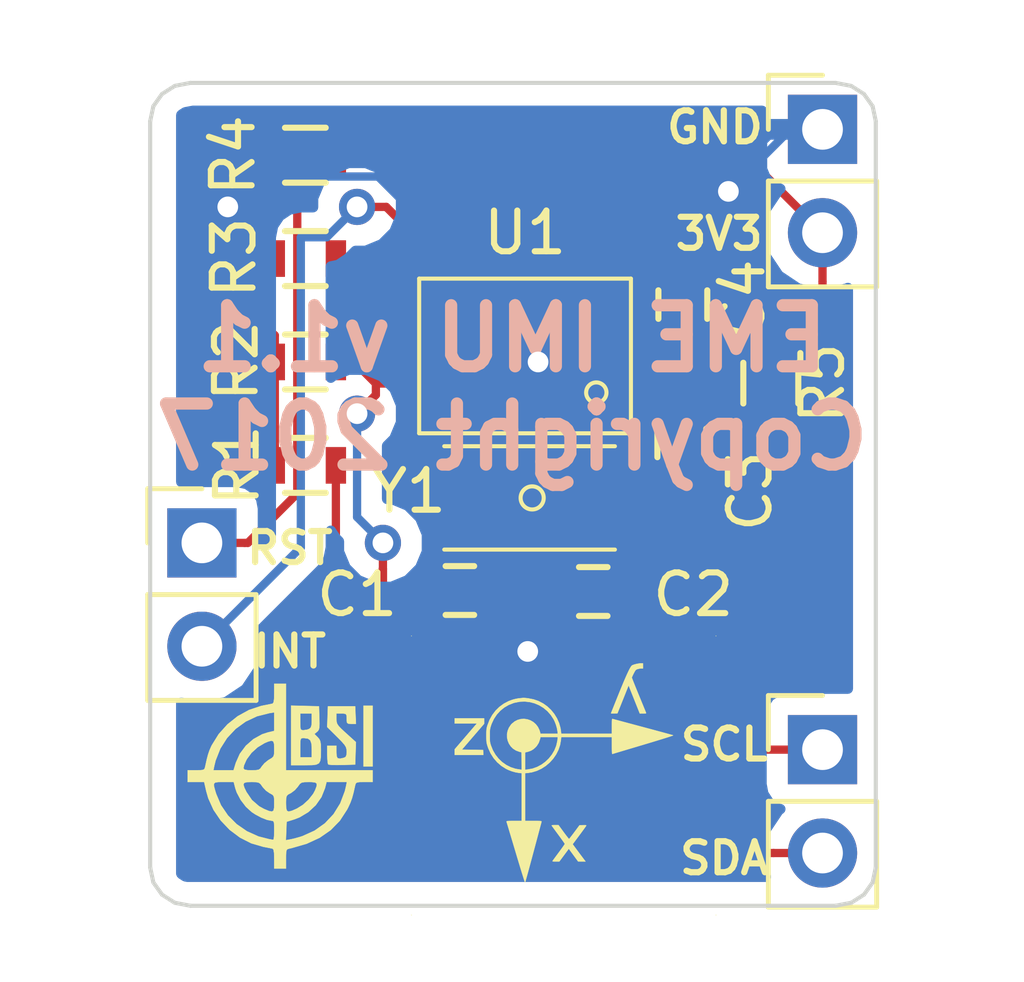
<source format=kicad_pcb>
(kicad_pcb (version 4) (host pcbnew 4.0.2-stable)

  (general
    (links 34)
    (no_connects 0)
    (area 147.244999 96.953185 165.162778 117.270966)
    (thickness 1.6)
    (drawings 28)
    (tracks 155)
    (zones 0)
    (modules 16)
    (nets 12)
  )

  (page A4)
  (layers
    (0 F.Cu signal)
    (31 B.Cu signal)
    (33 F.Adhes user)
    (34 B.Paste user)
    (35 F.Paste user)
    (36 B.SilkS user)
    (37 F.SilkS user)
    (38 B.Mask user)
    (39 F.Mask user)
    (40 Dwgs.User user)
    (41 Cmts.User user)
    (42 Eco1.User user)
    (43 Eco2.User user)
    (44 Edge.Cuts user)
    (45 Margin user)
    (47 F.CrtYd user)
    (49 F.Fab user)
  )

  (setup
    (last_trace_width 0.2032)
    (trace_clearance 0.2)
    (zone_clearance 0.508)
    (zone_45_only no)
    (trace_min 0.2032)
    (segment_width 0.2)
    (edge_width 0.1)
    (via_size 0.889)
    (via_drill 0.508)
    (via_min_size 0.889)
    (via_min_drill 0.508)
    (uvia_size 0.762)
    (uvia_drill 0.127)
    (uvias_allowed no)
    (uvia_min_size 0.508)
    (uvia_min_drill 0.127)
    (pcb_text_width 0.3)
    (pcb_text_size 1.5 1.5)
    (mod_edge_width 0.15)
    (mod_text_size 1 1)
    (mod_text_width 0.15)
    (pad_size 2.032 1.7272)
    (pad_drill 1.016)
    (pad_to_mask_clearance 0)
    (aux_axis_origin 0 0)
    (grid_origin 149.2 112.75)
    (visible_elements 7FFFFFFF)
    (pcbplotparams
      (layerselection 0x01008_00000000)
      (usegerberextensions false)
      (excludeedgelayer true)
      (linewidth 0.100000)
      (plotframeref false)
      (viasonmask false)
      (mode 1)
      (useauxorigin false)
      (hpglpennumber 1)
      (hpglpenspeed 20)
      (hpglpendiameter 15)
      (hpglpenoverlay 2)
      (psnegative false)
      (psa4output false)
      (plotreference true)
      (plotvalue true)
      (plotinvisibletext false)
      (padsonsilk false)
      (subtractmaskfromsilk false)
      (outputformat 1)
      (mirror false)
      (drillshape 0)
      (scaleselection 1)
      (outputdirectory ../))
  )

  (net 0 "")
  (net 1 "Net-(C1-Pad1)")
  (net 2 GND)
  (net 3 "Net-(C2-Pad1)")
  (net 4 +3V3)
  (net 5 "Net-(C4-Pad1)")
  (net 6 /SDA)
  (net 7 /SCL)
  (net 8 /RESET)
  (net 9 /INT)
  (net 10 "Net-(R5-Pad2)")
  (net 11 "Net-(R3-Pad1)")

  (net_class Default "This is the default net class."
    (clearance 0.2)
    (trace_width 0.2032)
    (via_dia 0.889)
    (via_drill 0.508)
    (uvia_dia 0.762)
    (uvia_drill 0.127)
    (add_net +3V3)
    (add_net /INT)
    (add_net /RESET)
    (add_net /SCL)
    (add_net /SDA)
    (add_net GND)
    (add_net "Net-(C1-Pad1)")
    (add_net "Net-(C2-Pad1)")
    (add_net "Net-(C4-Pad1)")
    (add_net "Net-(R3-Pad1)")
    (add_net "Net-(R5-Pad2)")
  )

  (module Pin_Headers:Pin_Header_Straight_1x02_Pitch2.54mm (layer F.Cu) (tedit 5941B485) (tstamp 59418EA0)
    (at 163.805 98.145)
    (descr "Through hole straight pin header, 1x02, 2.54mm pitch, single row")
    (tags "Through hole pin header THT 1x02 2.54mm single row")
    (path /59418B1E)
    (fp_text reference P1 (at 0 -2.33) (layer Cmts.User)
      (effects (font (size 1 1) (thickness 0.15)))
    )
    (fp_text value CONN_01X02 (at 0 4.87) (layer F.Fab)
      (effects (font (size 1 1) (thickness 0.15)))
    )
    (fp_line (start -1.27 -1.27) (end -1.27 3.81) (layer F.Fab) (width 0.1))
    (fp_line (start -1.27 3.81) (end 1.27 3.81) (layer F.Fab) (width 0.1))
    (fp_line (start 1.27 3.81) (end 1.27 -1.27) (layer F.Fab) (width 0.1))
    (fp_line (start 1.27 -1.27) (end -1.27 -1.27) (layer F.Fab) (width 0.1))
    (fp_line (start -1.33 1.27) (end -1.33 3.87) (layer F.SilkS) (width 0.12))
    (fp_line (start -1.33 3.87) (end 1.33 3.87) (layer F.SilkS) (width 0.12))
    (fp_line (start 1.33 3.87) (end 1.33 1.27) (layer F.SilkS) (width 0.12))
    (fp_line (start 1.33 1.27) (end -1.33 1.27) (layer F.SilkS) (width 0.12))
    (fp_line (start -1.33 0) (end -1.33 -1.33) (layer F.SilkS) (width 0.12))
    (fp_line (start -1.33 -1.33) (end 0 -1.33) (layer F.SilkS) (width 0.12))
    (fp_line (start -1.8 -1.8) (end -1.8 4.35) (layer F.CrtYd) (width 0.05))
    (fp_line (start -1.8 4.35) (end 1.8 4.35) (layer F.CrtYd) (width 0.05))
    (fp_line (start 1.8 4.35) (end 1.8 -1.8) (layer F.CrtYd) (width 0.05))
    (fp_line (start 1.8 -1.8) (end -1.8 -1.8) (layer F.CrtYd) (width 0.05))
    (fp_text user %R (at 0 -2.33) (layer F.Fab)
      (effects (font (size 1 1) (thickness 0.15)))
    )
    (pad 1 thru_hole rect (at 0 0) (size 1.7 1.7) (drill 1) (layers *.Cu *.Mask)
      (net 2 GND))
    (pad 2 thru_hole oval (at 0 2.54) (size 1.7 1.7) (drill 1) (layers *.Cu *.Mask)
      (net 4 +3V3))
    (model ${KISYS3DMOD}/Pin_Headers.3dshapes/Pin_Header_Straight_1x02_Pitch2.54mm.wrl
      (at (xyz 0 -0.05 0))
      (scale (xyz 1 1 1))
      (rotate (xyz 0 0 90))
    )
  )

  (module Resistors_SMD:R_0603 (layer F.Cu) (tedit 5651304F) (tstamp 56510C11)
    (at 151.105 101.32 180)
    (descr "Resistor SMD 0603, reflow soldering, Vishay (see dcrcw.pdf)")
    (tags "resistor 0603")
    (path /56511D1D)
    (attr smd)
    (fp_text reference R3 (at 1.7526 0.0254 270) (layer F.SilkS)
      (effects (font (size 1 1) (thickness 0.15)))
    )
    (fp_text value 10k (at -2.54 0 180) (layer F.Fab)
      (effects (font (size 1 1) (thickness 0.15)))
    )
    (fp_line (start -1.3 -0.8) (end 1.3 -0.8) (layer F.CrtYd) (width 0.05))
    (fp_line (start -1.3 0.8) (end 1.3 0.8) (layer F.CrtYd) (width 0.05))
    (fp_line (start -1.3 -0.8) (end -1.3 0.8) (layer F.CrtYd) (width 0.05))
    (fp_line (start 1.3 -0.8) (end 1.3 0.8) (layer F.CrtYd) (width 0.05))
    (fp_line (start 0.5 0.675) (end -0.5 0.675) (layer F.SilkS) (width 0.15))
    (fp_line (start -0.5 -0.675) (end 0.5 -0.675) (layer F.SilkS) (width 0.15))
    (pad 1 smd rect (at -0.75 0 180) (size 0.5 0.9) (layers F.Cu F.Paste F.Mask)
      (net 11 "Net-(R3-Pad1)"))
    (pad 2 smd rect (at 0.75 0 180) (size 0.5 0.9) (layers F.Cu F.Paste F.Mask)
      (net 2 GND))
    (model Resistors_SMD.3dshapes/R_0603.wrl
      (at (xyz 0 0 0))
      (scale (xyz 1 1 1))
      (rotate (xyz 0 0 0))
    )
  )

  (module Resistors_SMD:R_0603 (layer F.Cu) (tedit 56513054) (tstamp 56510C17)
    (at 151.105 98.78)
    (descr "Resistor SMD 0603, reflow soldering, Vishay (see dcrcw.pdf)")
    (tags "resistor 0603")
    (path /5651199E)
    (attr smd)
    (fp_text reference R4 (at -1.775 0 90) (layer F.SilkS)
      (effects (font (size 1 1) (thickness 0.15)))
    )
    (fp_text value 10k (at 2.54 0) (layer F.Fab)
      (effects (font (size 1 1) (thickness 0.15)))
    )
    (fp_line (start -1.3 -0.8) (end 1.3 -0.8) (layer F.CrtYd) (width 0.05))
    (fp_line (start -1.3 0.8) (end 1.3 0.8) (layer F.CrtYd) (width 0.05))
    (fp_line (start -1.3 -0.8) (end -1.3 0.8) (layer F.CrtYd) (width 0.05))
    (fp_line (start 1.3 -0.8) (end 1.3 0.8) (layer F.CrtYd) (width 0.05))
    (fp_line (start 0.5 0.675) (end -0.5 0.675) (layer F.SilkS) (width 0.15))
    (fp_line (start -0.5 -0.675) (end 0.5 -0.675) (layer F.SilkS) (width 0.15))
    (pad 1 smd rect (at -0.75 0) (size 0.5 0.9) (layers F.Cu F.Paste F.Mask)
      (net 4 +3V3))
    (pad 2 smd rect (at 0.75 0) (size 0.5 0.9) (layers F.Cu F.Paste F.Mask)
      (net 8 /RESET))
    (model Resistors_SMD.3dshapes/R_0603.wrl
      (at (xyz 0 0 0))
      (scale (xyz 1 1 1))
      (rotate (xyz 0 0 0))
    )
  )

  (module Capacitors_SMD:C_0603 (layer F.Cu) (tedit 5415D631) (tstamp 56510BF3)
    (at 158.175 109.5 180)
    (descr "Capacitor SMD 0603, reflow soldering, AVX (see smccp.pdf)")
    (tags "capacitor 0603")
    (path /56510F83)
    (attr smd)
    (fp_text reference C2 (at -2.455 -0.075 180) (layer F.SilkS)
      (effects (font (size 1 1) (thickness 0.15)))
    )
    (fp_text value 22pF (at -3.275 0.025 180) (layer F.Fab)
      (effects (font (size 1 1) (thickness 0.15)))
    )
    (fp_line (start -1.45 -0.75) (end 1.45 -0.75) (layer F.CrtYd) (width 0.05))
    (fp_line (start -1.45 0.75) (end 1.45 0.75) (layer F.CrtYd) (width 0.05))
    (fp_line (start -1.45 -0.75) (end -1.45 0.75) (layer F.CrtYd) (width 0.05))
    (fp_line (start 1.45 -0.75) (end 1.45 0.75) (layer F.CrtYd) (width 0.05))
    (fp_line (start -0.35 -0.6) (end 0.35 -0.6) (layer F.SilkS) (width 0.15))
    (fp_line (start 0.35 0.6) (end -0.35 0.6) (layer F.SilkS) (width 0.15))
    (pad 1 smd rect (at -0.75 0 180) (size 0.8 0.75) (layers F.Cu F.Paste F.Mask)
      (net 3 "Net-(C2-Pad1)"))
    (pad 2 smd rect (at 0.75 0 180) (size 0.8 0.75) (layers F.Cu F.Paste F.Mask)
      (net 2 GND))
    (model Capacitors_SMD.3dshapes/C_0603.wrl
      (at (xyz 0 0 0))
      (scale (xyz 1 1 1))
      (rotate (xyz 0 0 0))
    )
  )

  (module Capacitors_SMD:C_0603 (layer F.Cu) (tedit 5415D631) (tstamp 56510BED)
    (at 154.9 109.475)
    (descr "Capacitor SMD 0603, reflow soldering, AVX (see smccp.pdf)")
    (tags "capacitor 0603")
    (path /56510F29)
    (attr smd)
    (fp_text reference C1 (at -2.525 0.1) (layer F.SilkS)
      (effects (font (size 1 1) (thickness 0.15)))
    )
    (fp_text value 22pF (at -3 0.075) (layer F.Fab)
      (effects (font (size 1 1) (thickness 0.15)))
    )
    (fp_line (start -1.45 -0.75) (end 1.45 -0.75) (layer F.CrtYd) (width 0.05))
    (fp_line (start -1.45 0.75) (end 1.45 0.75) (layer F.CrtYd) (width 0.05))
    (fp_line (start -1.45 -0.75) (end -1.45 0.75) (layer F.CrtYd) (width 0.05))
    (fp_line (start 1.45 -0.75) (end 1.45 0.75) (layer F.CrtYd) (width 0.05))
    (fp_line (start -0.35 -0.6) (end 0.35 -0.6) (layer F.SilkS) (width 0.15))
    (fp_line (start 0.35 0.6) (end -0.35 0.6) (layer F.SilkS) (width 0.15))
    (pad 1 smd rect (at -0.75 0) (size 0.8 0.75) (layers F.Cu F.Paste F.Mask)
      (net 1 "Net-(C1-Pad1)"))
    (pad 2 smd rect (at 0.75 0) (size 0.8 0.75) (layers F.Cu F.Paste F.Mask)
      (net 2 GND))
    (model Capacitors_SMD.3dshapes/C_0603.wrl
      (at (xyz 0 0 0))
      (scale (xyz 1 1 1))
      (rotate (xyz 0 0 0))
    )
  )

  (module Capacitors_SMD:C_0603 (layer F.Cu) (tedit 565144FA) (tstamp 56510BF9)
    (at 160.35 105.85 270)
    (descr "Capacitor SMD 0603, reflow soldering, AVX (see smccp.pdf)")
    (tags "capacitor 0603")
    (path /56510C9C)
    (attr smd)
    (fp_text reference C3 (at 1.185 -1.675 270) (layer F.SilkS)
      (effects (font (size 1 1) (thickness 0.15)))
    )
    (fp_text value 100nF (at 0.55 -1.55 270) (layer F.Fab)
      (effects (font (size 1 1) (thickness 0.15)))
    )
    (fp_line (start -1.45 -0.75) (end 1.45 -0.75) (layer F.CrtYd) (width 0.05))
    (fp_line (start -1.45 0.75) (end 1.45 0.75) (layer F.CrtYd) (width 0.05))
    (fp_line (start -1.45 -0.75) (end -1.45 0.75) (layer F.CrtYd) (width 0.05))
    (fp_line (start 1.45 -0.75) (end 1.45 0.75) (layer F.CrtYd) (width 0.05))
    (fp_line (start -0.35 -0.6) (end 0.35 -0.6) (layer F.SilkS) (width 0.15))
    (fp_line (start 0.35 0.6) (end -0.35 0.6) (layer F.SilkS) (width 0.15))
    (pad 1 smd rect (at -0.75 0 270) (size 0.8 0.75) (layers F.Cu F.Paste F.Mask)
      (net 4 +3V3))
    (pad 2 smd rect (at 0.75 0 270) (size 0.8 0.75) (layers F.Cu F.Paste F.Mask)
      (net 2 GND))
    (model Capacitors_SMD.3dshapes/C_0603.wrl
      (at (xyz 0 0 0))
      (scale (xyz 1 1 1))
      (rotate (xyz 0 0 0))
    )
  )

  (module Capacitors_SMD:C_0603 (layer F.Cu) (tedit 565144EF) (tstamp 56510BFF)
    (at 160.375 102.45 270)
    (descr "Capacitor SMD 0603, reflow soldering, AVX (see smccp.pdf)")
    (tags "capacitor 0603")
    (path /56510CD7)
    (attr smd)
    (fp_text reference C4 (at -0.125 -1.475 270) (layer F.SilkS)
      (effects (font (size 1 1) (thickness 0.15)))
    )
    (fp_text value 100nF (at -1.13 -1.525 270) (layer F.Fab)
      (effects (font (size 1 1) (thickness 0.15)))
    )
    (fp_line (start -1.45 -0.75) (end 1.45 -0.75) (layer F.CrtYd) (width 0.05))
    (fp_line (start -1.45 0.75) (end 1.45 0.75) (layer F.CrtYd) (width 0.05))
    (fp_line (start -1.45 -0.75) (end -1.45 0.75) (layer F.CrtYd) (width 0.05))
    (fp_line (start 1.45 -0.75) (end 1.45 0.75) (layer F.CrtYd) (width 0.05))
    (fp_line (start -0.35 -0.6) (end 0.35 -0.6) (layer F.SilkS) (width 0.15))
    (fp_line (start 0.35 0.6) (end -0.35 0.6) (layer F.SilkS) (width 0.15))
    (pad 1 smd rect (at -0.75 0 270) (size 0.8 0.75) (layers F.Cu F.Paste F.Mask)
      (net 5 "Net-(C4-Pad1)"))
    (pad 2 smd rect (at 0.75 0 270) (size 0.8 0.75) (layers F.Cu F.Paste F.Mask)
      (net 2 GND))
    (model Capacitors_SMD.3dshapes/C_0603.wrl
      (at (xyz 0 0 0))
      (scale (xyz 1 1 1))
      (rotate (xyz 0 0 0))
    )
  )

  (module Resistors_SMD:R_0603 (layer F.Cu) (tedit 565144D7) (tstamp 56510C05)
    (at 151.105 106.4)
    (descr "Resistor SMD 0603, reflow soldering, Vishay (see dcrcw.pdf)")
    (tags "resistor 0603")
    (path /579F915E)
    (attr smd)
    (fp_text reference R1 (at -1.675 0 90) (layer F.SilkS)
      (effects (font (size 1 1) (thickness 0.15)))
    )
    (fp_text value 10k (at 2.54 0) (layer F.Fab)
      (effects (font (size 1 1) (thickness 0.15)))
    )
    (fp_line (start -1.3 -0.8) (end 1.3 -0.8) (layer F.CrtYd) (width 0.05))
    (fp_line (start -1.3 0.8) (end 1.3 0.8) (layer F.CrtYd) (width 0.05))
    (fp_line (start -1.3 -0.8) (end -1.3 0.8) (layer F.CrtYd) (width 0.05))
    (fp_line (start 1.3 -0.8) (end 1.3 0.8) (layer F.CrtYd) (width 0.05))
    (fp_line (start 0.5 0.675) (end -0.5 0.675) (layer F.SilkS) (width 0.15))
    (fp_line (start -0.5 -0.675) (end 0.5 -0.675) (layer F.SilkS) (width 0.15))
    (pad 1 smd rect (at -0.75 0) (size 0.5 0.9) (layers F.Cu F.Paste F.Mask)
      (net 4 +3V3))
    (pad 2 smd rect (at 0.75 0) (size 0.5 0.9) (layers F.Cu F.Paste F.Mask)
      (net 6 /SDA))
    (model Resistors_SMD.3dshapes/R_0603.wrl
      (at (xyz 0 0 0))
      (scale (xyz 1 1 1))
      (rotate (xyz 0 0 0))
    )
  )

  (module Resistors_SMD:R_0603 (layer F.Cu) (tedit 565144D1) (tstamp 56510C0B)
    (at 151.105 103.86)
    (descr "Resistor SMD 0603, reflow soldering, Vishay (see dcrcw.pdf)")
    (tags "resistor 0603")
    (path /56511699)
    (attr smd)
    (fp_text reference R2 (at -1.7 -0.025 90) (layer F.SilkS)
      (effects (font (size 1 1) (thickness 0.15)))
    )
    (fp_text value 10k (at 2.54 -0.05) (layer F.Fab)
      (effects (font (size 1 1) (thickness 0.15)))
    )
    (fp_line (start -1.3 -0.8) (end 1.3 -0.8) (layer F.CrtYd) (width 0.05))
    (fp_line (start -1.3 0.8) (end 1.3 0.8) (layer F.CrtYd) (width 0.05))
    (fp_line (start -1.3 -0.8) (end -1.3 0.8) (layer F.CrtYd) (width 0.05))
    (fp_line (start 1.3 -0.8) (end 1.3 0.8) (layer F.CrtYd) (width 0.05))
    (fp_line (start 0.5 0.675) (end -0.5 0.675) (layer F.SilkS) (width 0.15))
    (fp_line (start -0.5 -0.675) (end 0.5 -0.675) (layer F.SilkS) (width 0.15))
    (pad 1 smd rect (at -0.75 0) (size 0.5 0.9) (layers F.Cu F.Paste F.Mask)
      (net 4 +3V3))
    (pad 2 smd rect (at 0.75 0) (size 0.5 0.9) (layers F.Cu F.Paste F.Mask)
      (net 7 /SCL))
    (model Resistors_SMD.3dshapes/R_0603.wrl
      (at (xyz 0 0 0))
      (scale (xyz 1 1 1))
      (rotate (xyz 0 0 0))
    )
  )

  (module Footprints:ABS07-XTAL (layer F.Cu) (tedit 565217F4) (tstamp 56510C3D)
    (at 156.675 107.2)
    (tags CRYSTAL)
    (path /56510EAC)
    (fp_text reference Y1 (at -3.03 -0.165) (layer F.SilkS)
      (effects (font (size 1 1) (thickness 0.15)))
    )
    (fp_text value Crystal (at 0 0.47) (layer F.Fab)
      (effects (font (size 1 1) (thickness 0.15)))
    )
    (fp_circle (center 0 0) (end 0.127 0.254) (layer F.SilkS) (width 0.1))
    (fp_line (start -2.159 1.27) (end 2.032 1.27) (layer F.SilkS) (width 0.1))
    (fp_line (start -2.159 -1.27) (end 2.032 -1.27) (layer F.SilkS) (width 0.1))
    (pad 1 smd rect (at -1.25 0) (size 1 1.8) (layers F.Cu F.Paste F.Mask)
      (net 1 "Net-(C1-Pad1)"))
    (pad 2 smd rect (at 1.25 0) (size 1 1.8) (layers F.Cu F.Paste F.Mask)
      (net 3 "Net-(C2-Pad1)"))
    (model "C:/Users/BSI/Google Drive/Kicad/Kicad Projects/BNO055 Breakout - Teensy/Cube.wrl"
      (at (xyz -0.063 -0.0295 0))
      (scale (xyz 1 1 1))
      (rotate (xyz 0 0 0))
    )
  )

  (module Resistors_SMD:R_0603 (layer F.Cu) (tedit 5415CC62) (tstamp 579F7922)
    (at 162.535 104.38 90)
    (descr "Resistor SMD 0603, reflow soldering, Vishay (see dcrcw.pdf)")
    (tags "resistor 0603")
    (path /579F7EA6)
    (attr smd)
    (fp_text reference R5 (at 0 1.27 90) (layer F.SilkS)
      (effects (font (size 1 1) (thickness 0.15)))
    )
    (fp_text value 10k (at 0 1.9 90) (layer F.Fab)
      (effects (font (size 1 1) (thickness 0.15)))
    )
    (fp_line (start -1.3 -0.8) (end 1.3 -0.8) (layer F.CrtYd) (width 0.05))
    (fp_line (start -1.3 0.8) (end 1.3 0.8) (layer F.CrtYd) (width 0.05))
    (fp_line (start -1.3 -0.8) (end -1.3 0.8) (layer F.CrtYd) (width 0.05))
    (fp_line (start 1.3 -0.8) (end 1.3 0.8) (layer F.CrtYd) (width 0.05))
    (fp_line (start 0.5 0.675) (end -0.5 0.675) (layer F.SilkS) (width 0.15))
    (fp_line (start -0.5 -0.675) (end 0.5 -0.675) (layer F.SilkS) (width 0.15))
    (pad 1 smd rect (at -0.75 0 90) (size 0.5 0.9) (layers F.Cu F.Paste F.Mask)
      (net 4 +3V3))
    (pad 2 smd rect (at 0.75 0 90) (size 0.5 0.9) (layers F.Cu F.Paste F.Mask)
      (net 10 "Net-(R5-Pad2)"))
    (model Resistors_SMD.3dshapes/R_0603.wrl
      (at (xyz 0 0 0))
      (scale (xyz 1 1 1))
      (rotate (xyz 0 0 0))
    )
  )

  (module MyFootprints:LGA28 (layer F.Cu) (tedit 5650F004) (tstamp 59418938)
    (at 156.5 103.7125 180)
    (path /5653F274)
    (fp_text reference U1 (at 0 3.0275 180) (layer F.SilkS)
      (effects (font (size 1 1) (thickness 0.15)))
    )
    (fp_text value BNO055 (at 0 2.75 180) (layer F.Fab)
      (effects (font (size 1 1) (thickness 0.15)))
    )
    (fp_circle (center -1.75 -0.9) (end -1.5 -0.9) (layer F.SilkS) (width 0.1))
    (fp_line (start -2.6 -1.9) (end 2.6 -1.9) (layer F.SilkS) (width 0.1))
    (fp_line (start 2.6 -1.9) (end 2.6 1.9) (layer F.SilkS) (width 0.1))
    (fp_line (start 2.6 1.9) (end -2.6 1.9) (layer F.SilkS) (width 0.1))
    (fp_line (start -2.6 1.9) (end -2.6 -1.9) (layer F.SilkS) (width 0.1))
    (pad 20 smd rect (at 2.25 -1.5625 180) (size 0.25 0.475) (layers F.Cu F.Paste F.Mask)
      (net 6 /SDA))
    (pad 21 smd rect (at 1.75 -1.5625 180) (size 0.25 0.475) (layers F.Cu F.Paste F.Mask))
    (pad 22 smd rect (at 1.25 -1.5625 180) (size 0.25 0.475) (layers F.Cu F.Paste F.Mask))
    (pad 23 smd rect (at 0.75 -1.5625 180) (size 0.25 0.475) (layers F.Cu F.Paste F.Mask))
    (pad 24 smd rect (at 0.25 -1.5625 180) (size 0.25 0.475) (layers F.Cu F.Paste F.Mask))
    (pad 25 smd rect (at -0.25 -1.5625 180) (size 0.25 0.475) (layers F.Cu F.Paste F.Mask)
      (net 2 GND))
    (pad 26 smd rect (at -0.75 -1.5625 180) (size 0.25 0.475) (layers F.Cu F.Paste F.Mask)
      (net 1 "Net-(C1-Pad1)"))
    (pad 27 smd rect (at -1.25 -1.5625 180) (size 0.25 0.475) (layers F.Cu F.Paste F.Mask)
      (net 3 "Net-(C2-Pad1)"))
    (pad 28 smd rect (at -1.75 -1.5625 180) (size 0.25 0.475) (layers F.Cu F.Paste F.Mask)
      (net 4 +3V3))
    (pad 1 smd rect (at -2.25 -1.5625 180) (size 0.25 0.475) (layers F.Cu F.Paste F.Mask))
    (pad 15 smd rect (at 2.25 1.5625 180) (size 0.25 0.475) (layers F.Cu F.Paste F.Mask)
      (net 2 GND))
    (pad 14 smd rect (at 1.75 1.5625 180) (size 0.25 0.475) (layers F.Cu F.Paste F.Mask)
      (net 9 /INT))
    (pad 13 smd rect (at 1.25 1.5625 180) (size 0.25 0.475) (layers F.Cu F.Paste F.Mask))
    (pad 12 smd rect (at 0.75 1.5625 180) (size 0.25 0.475) (layers F.Cu F.Paste F.Mask))
    (pad 11 smd rect (at 0.25 1.5625 180) (size 0.25 0.475) (layers F.Cu F.Paste F.Mask)
      (net 8 /RESET))
    (pad 10 smd rect (at -0.25 1.5625 180) (size 0.25 0.475) (layers F.Cu F.Paste F.Mask)
      (net 2 GND))
    (pad 9 smd rect (at -0.75 1.5625 180) (size 0.25 0.475) (layers F.Cu F.Paste F.Mask)
      (net 5 "Net-(C4-Pad1)"))
    (pad 8 smd rect (at -1.25 1.5625 180) (size 0.25 0.475) (layers F.Cu F.Paste F.Mask))
    (pad 7 smd rect (at -1.75 1.5625 180) (size 0.25 0.475) (layers F.Cu F.Paste F.Mask))
    (pad 6 smd rect (at -2.25 1.5625 180) (size 0.25 0.475) (layers F.Cu F.Paste F.Mask)
      (net 2 GND))
    (pad 19 smd rect (at 2.3125 -0.75 180) (size 0.375 0.25) (layers F.Cu F.Paste F.Mask)
      (net 7 /SCL))
    (pad 18 smd rect (at 2.3125 -0.25 180) (size 0.375 0.25) (layers F.Cu F.Paste F.Mask)
      (net 2 GND))
    (pad 17 smd rect (at 2.3125 0.25 180) (size 0.375 0.25) (layers F.Cu F.Paste F.Mask)
      (net 11 "Net-(R3-Pad1)"))
    (pad 16 smd rect (at 2.3125 0.75 180) (size 0.375 0.25) (layers F.Cu F.Paste F.Mask)
      (net 2 GND))
    (pad 2 smd rect (at -2.3125 -0.75 180) (size 0.375 0.25) (layers F.Cu F.Paste F.Mask)
      (net 2 GND))
    (pad 3 smd rect (at -2.3125 -0.25 180) (size 0.375 0.25) (layers F.Cu F.Paste F.Mask)
      (net 4 +3V3))
    (pad 4 smd rect (at -2.3125 0.25 180) (size 0.375 0.25) (layers F.Cu F.Paste F.Mask)
      (net 10 "Net-(R5-Pad2)"))
    (pad 5 smd rect (at -2.3125 0.75 180) (size 0.375 0.25) (layers F.Cu F.Paste F.Mask)
      (net 2 GND))
    (model "C:/Users/BSI/Google Drive/Kicad/Kicad Projects/BNO055 Breakout - Teensy/Cut.wrl"
      (at (xyz 0 0 0))
      (scale (xyz 1 1 1))
      (rotate (xyz 0 0 0))
    )
  )

  (module Pin_Headers:Pin_Header_Straight_1x02_Pitch2.54mm (layer F.Cu) (tedit 5941B497) (tstamp 59418EB4)
    (at 163.805 113.385)
    (descr "Through hole straight pin header, 1x02, 2.54mm pitch, single row")
    (tags "Through hole pin header THT 1x02 2.54mm single row")
    (path /59418B98)
    (fp_text reference P2 (at 0 -2.33) (layer Cmts.User)
      (effects (font (size 1 1) (thickness 0.15)))
    )
    (fp_text value CONN_01X02 (at 0 4.87) (layer F.Fab)
      (effects (font (size 1 1) (thickness 0.15)))
    )
    (fp_line (start -1.27 -1.27) (end -1.27 3.81) (layer F.Fab) (width 0.1))
    (fp_line (start -1.27 3.81) (end 1.27 3.81) (layer F.Fab) (width 0.1))
    (fp_line (start 1.27 3.81) (end 1.27 -1.27) (layer F.Fab) (width 0.1))
    (fp_line (start 1.27 -1.27) (end -1.27 -1.27) (layer F.Fab) (width 0.1))
    (fp_line (start -1.33 1.27) (end -1.33 3.87) (layer F.SilkS) (width 0.12))
    (fp_line (start -1.33 3.87) (end 1.33 3.87) (layer F.SilkS) (width 0.12))
    (fp_line (start 1.33 3.87) (end 1.33 1.27) (layer F.SilkS) (width 0.12))
    (fp_line (start 1.33 1.27) (end -1.33 1.27) (layer F.SilkS) (width 0.12))
    (fp_line (start -1.33 0) (end -1.33 -1.33) (layer F.SilkS) (width 0.12))
    (fp_line (start -1.33 -1.33) (end 0 -1.33) (layer F.SilkS) (width 0.12))
    (fp_line (start -1.8 -1.8) (end -1.8 4.35) (layer F.CrtYd) (width 0.05))
    (fp_line (start -1.8 4.35) (end 1.8 4.35) (layer F.CrtYd) (width 0.05))
    (fp_line (start 1.8 4.35) (end 1.8 -1.8) (layer F.CrtYd) (width 0.05))
    (fp_line (start 1.8 -1.8) (end -1.8 -1.8) (layer F.CrtYd) (width 0.05))
    (fp_text user %R (at 0 -2.33) (layer F.Fab)
      (effects (font (size 1 1) (thickness 0.15)))
    )
    (pad 1 thru_hole rect (at 0 0) (size 1.7 1.7) (drill 1) (layers *.Cu *.Mask)
      (net 7 /SCL))
    (pad 2 thru_hole oval (at 0 2.54) (size 1.7 1.7) (drill 1) (layers *.Cu *.Mask)
      (net 6 /SDA))
    (model ${KISYS3DMOD}/Pin_Headers.3dshapes/Pin_Header_Straight_1x02_Pitch2.54mm.wrl
      (at (xyz 0 -0.05 0))
      (scale (xyz 1 1 1))
      (rotate (xyz 0 0 90))
    )
  )

  (module Pin_Headers:Pin_Header_Straight_1x02_Pitch2.54mm (layer F.Cu) (tedit 5941B4A1) (tstamp 59418EC8)
    (at 148.565 108.305)
    (descr "Through hole straight pin header, 1x02, 2.54mm pitch, single row")
    (tags "Through hole pin header THT 1x02 2.54mm single row")
    (path /5941901E)
    (fp_text reference P3 (at 0 -2.33) (layer Cmts.User)
      (effects (font (size 1 1) (thickness 0.15)))
    )
    (fp_text value CONN_01X02 (at 0 4.87) (layer F.Fab)
      (effects (font (size 1 1) (thickness 0.15)))
    )
    (fp_line (start -1.27 -1.27) (end -1.27 3.81) (layer F.Fab) (width 0.1))
    (fp_line (start -1.27 3.81) (end 1.27 3.81) (layer F.Fab) (width 0.1))
    (fp_line (start 1.27 3.81) (end 1.27 -1.27) (layer F.Fab) (width 0.1))
    (fp_line (start 1.27 -1.27) (end -1.27 -1.27) (layer F.Fab) (width 0.1))
    (fp_line (start -1.33 1.27) (end -1.33 3.87) (layer F.SilkS) (width 0.12))
    (fp_line (start -1.33 3.87) (end 1.33 3.87) (layer F.SilkS) (width 0.12))
    (fp_line (start 1.33 3.87) (end 1.33 1.27) (layer F.SilkS) (width 0.12))
    (fp_line (start 1.33 1.27) (end -1.33 1.27) (layer F.SilkS) (width 0.12))
    (fp_line (start -1.33 0) (end -1.33 -1.33) (layer F.SilkS) (width 0.12))
    (fp_line (start -1.33 -1.33) (end 0 -1.33) (layer F.SilkS) (width 0.12))
    (fp_line (start -1.8 -1.8) (end -1.8 4.35) (layer F.CrtYd) (width 0.05))
    (fp_line (start -1.8 4.35) (end 1.8 4.35) (layer F.CrtYd) (width 0.05))
    (fp_line (start 1.8 4.35) (end 1.8 -1.8) (layer F.CrtYd) (width 0.05))
    (fp_line (start 1.8 -1.8) (end -1.8 -1.8) (layer F.CrtYd) (width 0.05))
    (fp_text user %R (at 0 -2.33) (layer F.Fab)
      (effects (font (size 1 1) (thickness 0.15)))
    )
    (pad 1 thru_hole rect (at 0 0) (size 1.7 1.7) (drill 1) (layers *.Cu *.Mask)
      (net 8 /RESET))
    (pad 2 thru_hole oval (at 0 2.54) (size 1.7 1.7) (drill 1) (layers *.Cu *.Mask)
      (net 9 /INT))
    (model ${KISYS3DMOD}/Pin_Headers.3dshapes/Pin_Header_Straight_1x02_Pitch2.54mm.wrl
      (at (xyz 0 -0.05 0))
      (scale (xyz 1 1 1))
      (rotate (xyz 0 0 90))
    )
  )

  (module MyFootprints:axis_labels (layer F.Cu) (tedit 0) (tstamp 5941C97B)
    (at 157.455 114.02 180)
    (fp_text reference G*** (at 0 0 180) (layer F.SilkS) hide
      (effects (font (thickness 0.3)))
    )
    (fp_text value LOGO (at 0.75 0 180) (layer F.SilkS) hide
      (effects (font (thickness 0.3)))
    )
    (fp_poly (pts (xy -3.72872 3.429) (xy -3.7338 3.43408) (xy -3.73888 3.429) (xy -3.7338 3.42392)
      (xy -3.72872 3.429)) (layer F.SilkS) (width 0.01))
    (fp_poly (pts (xy 3.74904 3.429) (xy 3.74396 3.43408) (xy 3.73888 3.429) (xy 3.74396 3.42392)
      (xy 3.74904 3.429)) (layer F.SilkS) (width 0.01))
    (fp_poly (pts (xy -1.86436 1.524239) (xy -1.588092 2.217553) (xy -1.450421 1.873316) (xy -1.312751 1.52908)
      (xy -1.235496 1.526112) (xy -1.198815 1.525423) (xy -1.171564 1.526282) (xy -1.158665 1.528498)
      (xy -1.15824 1.529107) (xy -1.16193 1.539415) (xy -1.172521 1.566765) (xy -1.189297 1.609359)
      (xy -1.211544 1.6654) (xy -1.238546 1.733093) (xy -1.269587 1.81064) (xy -1.303951 1.896244)
      (xy -1.340922 1.988109) (xy -1.35159 2.014575) (xy -1.412034 2.163067) (xy -1.466032 2.292726)
      (xy -1.513759 2.403928) (xy -1.55539 2.497052) (xy -1.5911 2.572474) (xy -1.621062 2.630573)
      (xy -1.645452 2.671727) (xy -1.664445 2.696311) (xy -1.668536 2.700049) (xy -1.691801 2.712436)
      (xy -1.729086 2.725438) (xy -1.774209 2.737502) (xy -1.820984 2.747074) (xy -1.863229 2.7526)
      (xy -1.880671 2.75336) (xy -1.94056 2.75336) (xy -1.94056 2.63144) (xy -1.89665 2.63144)
      (xy -1.858606 2.627873) (xy -1.817218 2.618971) (xy -1.80586 2.615466) (xy -1.783717 2.606982)
      (xy -1.76709 2.596632) (xy -1.75245 2.580415) (xy -1.73627 2.554329) (xy -1.71502 2.514374)
      (xy -1.71261 2.509712) (xy -1.69283 2.469966) (xy -1.677253 2.435914) (xy -1.66795 2.412235)
      (xy -1.66624 2.404882) (xy -1.669998 2.392582) (xy -1.680744 2.363505) (xy -1.697687 2.319647)
      (xy -1.720036 2.263003) (xy -1.747 2.195568) (xy -1.777787 2.119337) (xy -1.811608 2.036306)
      (xy -1.834784 1.979776) (xy -1.870443 1.893) (xy -1.90394 1.811441) (xy -1.934438 1.737146)
      (xy -1.961095 1.672165) (xy -1.983071 1.618545) (xy -1.999527 1.578335) (xy -2.009622 1.553583)
      (xy -2.012333 1.54686) (xy -2.015998 1.535376) (xy -2.013297 1.528581) (xy -2.000505 1.525256)
      (xy -1.973895 1.524182) (xy -1.942849 1.524119) (xy -1.86436 1.524239)) (layer F.SilkS) (width 0.01))
    (fp_poly (pts (xy 0.958069 -2.615594) (xy 0.967309 -2.589321) (xy 0.981385 -2.546505) (xy 0.999839 -2.488619)
      (xy 1.022213 -2.417137) (xy 1.048049 -2.333532) (xy 1.076891 -2.239277) (xy 1.108281 -2.135845)
      (xy 1.14176 -2.024709) (xy 1.176873 -1.907343) (xy 1.182615 -1.888073) (xy 1.218021 -1.769248)
      (xy 1.251811 -1.65594) (xy 1.283528 -1.549681) (xy 1.312714 -1.451996) (xy 1.338913 -1.364416)
      (xy 1.361665 -1.288469) (xy 1.380514 -1.225683) (xy 1.395002 -1.177587) (xy 1.404671 -1.14571)
      (xy 1.409064 -1.13158) (xy 1.409224 -1.131123) (xy 1.407621 -1.126255) (xy 1.397008 -1.122658)
      (xy 1.375084 -1.120163) (xy 1.339547 -1.118602) (xy 1.288095 -1.117805) (xy 1.225367 -1.1176)
      (xy 1.03632 -1.1176) (xy 1.03632 0.058592) (xy 1.1049 0.065633) (xy 1.188952 0.080094)
      (xy 1.279438 0.105676) (xy 1.367874 0.139702) (xy 1.420687 0.165317) (xy 1.535167 0.237854)
      (xy 1.636941 0.325781) (xy 1.725036 0.427899) (xy 1.79848 0.543006) (xy 1.856298 0.669903)
      (xy 1.875692 0.72644) (xy 1.886634 0.763082) (xy 1.894364 0.794597) (xy 1.899434 0.825895)
      (xy 1.902393 0.861887) (xy 1.903795 0.907483) (xy 1.904189 0.967594) (xy 1.904195 0.98044)
      (xy 1.903925 1.043711) (xy 1.902747 1.091576) (xy 1.900111 1.128945) (xy 1.895465 1.16073)
      (xy 1.888259 1.191841) (xy 1.877941 1.227189) (xy 1.875692 1.23444) (xy 1.824839 1.365841)
      (xy 1.758333 1.485511) (xy 1.677221 1.592373) (xy 1.582554 1.685349) (xy 1.47538 1.763361)
      (xy 1.356749 1.825334) (xy 1.268018 1.858415) (xy 1.216732 1.872835) (xy 1.162658 1.885146)
      (xy 1.115174 1.893292) (xy 1.10236 1.894733) (xy 1.062475 1.898494) (xy 1.027477 1.902069)
      (xy 1.00584 1.904573) (xy 0.985074 1.90474) (xy 0.94997 1.902401) (xy 0.906291 1.898006)
      (xy 0.87884 1.894633) (xy 0.745796 1.868653) (xy 0.623944 1.826661) (xy 0.510666 1.767551)
      (xy 0.412484 1.697677) (xy 0.319165 1.610542) (xy 0.238231 1.510851) (xy 0.171392 1.401665)
      (xy 0.12036 1.286048) (xy 0.086844 1.167062) (xy 0.075793 1.09474) (xy 0.068752 1.02616)
      (xy 0.149775 1.02616) (xy 0.156752 1.08966) (xy 0.170272 1.164783) (xy 0.193799 1.246695)
      (xy 0.224445 1.326478) (xy 0.250931 1.380582) (xy 0.321796 1.489108) (xy 0.406096 1.583623)
      (xy 0.501961 1.663365) (xy 0.607523 1.727572) (xy 0.720914 1.775481) (xy 0.840266 1.80633)
      (xy 0.96371 1.819358) (xy 1.089378 1.8138) (xy 1.215402 1.788897) (xy 1.236573 1.782731)
      (xy 1.356633 1.735762) (xy 1.466411 1.67188) (xy 1.564593 1.59241) (xy 1.649865 1.498674)
      (xy 1.720911 1.391994) (xy 1.776417 1.273694) (xy 1.794707 1.221091) (xy 1.805761 1.183969)
      (xy 1.813447 1.15156) (xy 1.818373 1.11863) (xy 1.821147 1.079943) (xy 1.822377 1.030266)
      (xy 1.822656 0.98044) (xy 1.822432 0.918913) (xy 1.82113 0.872508) (xy 1.818152 0.836031)
      (xy 1.812902 0.80429) (xy 1.804781 0.772091) (xy 1.794954 0.739788) (xy 1.747198 0.620136)
      (xy 1.683717 0.510479) (xy 1.606237 0.412283) (xy 1.516478 0.327017) (xy 1.416164 0.256148)
      (xy 1.307017 0.201143) (xy 1.19076 0.16347) (xy 1.099614 0.147435) (xy 1.035909 0.140197)
      (xy 1.038654 0.355966) (xy 1.0414 0.571735) (xy 1.097033 0.585966) (xy 1.178376 0.616314)
      (xy 1.247942 0.661185) (xy 1.305072 0.718093) (xy 1.349107 0.784552) (xy 1.379385 0.858075)
      (xy 1.395248 0.936176) (xy 1.396035 1.016369) (xy 1.381087 1.096166) (xy 1.349743 1.173082)
      (xy 1.301344 1.244631) (xy 1.278511 1.269724) (xy 1.210708 1.325524) (xy 1.136595 1.363659)
      (xy 1.058567 1.384822) (xy 0.979015 1.389711) (xy 0.900334 1.379021) (xy 0.824917 1.353448)
      (xy 0.755157 1.313687) (xy 0.693447 1.260435) (xy 0.642182 1.194386) (xy 0.603753 1.116238)
      (xy 0.589204 1.06934) (xy 0.578336 1.02616) (xy 0.149775 1.02616) (xy 0.068752 1.02616)
      (xy -1.17856 1.02616) (xy -1.17856 1.209724) (xy -1.178689 1.274945) (xy -1.179249 1.322487)
      (xy -1.180506 1.354992) (xy -1.182722 1.375101) (xy -1.18616 1.385454) (xy -1.191086 1.388693)
      (xy -1.19634 1.387916) (xy -1.208835 1.384471) (xy -1.239382 1.376197) (xy -1.286402 1.363519)
      (xy -1.34832 1.346859) (xy -1.423557 1.326641) (xy -1.510535 1.30329) (xy -1.607677 1.277228)
      (xy -1.713405 1.248881) (xy -1.826143 1.21867) (xy -1.94056 1.188025) (xy -2.058443 1.156413)
      (xy -2.170728 1.12621) (xy -2.275853 1.097843) (xy -2.372252 1.071738) (xy -2.458364 1.048321)
      (xy -2.532622 1.028019) (xy -2.593464 1.011258) (xy -2.639325 0.998465) (xy -2.668642 0.990065)
      (xy -2.679804 0.986512) (xy -2.672379 0.982579) (xy -2.646923 0.973353) (xy -2.604894 0.959292)
      (xy -2.547752 0.940852) (xy -2.476955 0.918489) (xy -2.393962 0.89266) (xy -2.300232 0.863821)
      (xy -2.197223 0.832429) (xy -2.086395 0.798941) (xy -1.969205 0.763812) (xy -1.948284 0.75757)
      (xy -1.829417 0.722113) (xy -1.716086 0.688284) (xy -1.609816 0.65654) (xy -1.512132 0.627336)
      (xy -1.424558 0.60113) (xy -1.348621 0.578378) (xy -1.285845 0.559538) (xy -1.237756 0.545065)
      (xy -1.205878 0.535416) (xy -1.191737 0.531048) (xy -1.19126 0.530885) (xy -1.186822 0.533537)
      (xy -1.183479 0.546592) (xy -1.181107 0.57207) (xy -1.179581 0.61199) (xy -1.178774 0.668371)
      (xy -1.17856 0.735512) (xy -1.17856 0.94488) (xy 0.068494 0.94488) (xy 0.149593 0.94488)
      (xy 0.577093 0.94488) (xy 0.589657 0.89154) (xy 0.620033 0.804408) (xy 0.667509 0.728232)
      (xy 0.703014 0.688956) (xy 0.752733 0.646214) (xy 0.804723 0.614592) (xy 0.865316 0.590864)
      (xy 0.9271 0.574758) (xy 0.95504 0.568572) (xy 0.95504 0.139433) (xy 0.88646 0.146372)
      (xy 0.769291 0.168151) (xy 0.656936 0.208184) (xy 0.551243 0.264622) (xy 0.454061 0.335617)
      (xy 0.367238 0.41932) (xy 0.292624 0.513883) (xy 0.232067 0.617456) (xy 0.187415 0.728192)
      (xy 0.160516 0.844241) (xy 0.156532 0.8763) (xy 0.149593 0.94488) (xy 0.068494 0.94488)
      (xy 0.075552 0.87122) (xy 0.09729 0.747964) (xy 0.137376 0.629493) (xy 0.194065 0.51755)
      (xy 0.265614 0.413879) (xy 0.350278 0.320224) (xy 0.446314 0.238329) (xy 0.551977 0.169937)
      (xy 0.665525 0.116794) (xy 0.785212 0.080642) (xy 0.88138 0.065392) (xy 0.95504 0.058334)
      (xy 0.95504 -1.1176) (xy 0.750655 -1.1176) (xy 0.681308 -1.117712) (xy 0.629761 -1.118196)
      (xy 0.593492 -1.119276) (xy 0.56998 -1.121179) (xy 0.556704 -1.124127) (xy 0.551144 -1.128346)
      (xy 0.550779 -1.134061) (xy 0.551101 -1.13538) (xy 0.554452 -1.147867) (xy 0.56263 -1.178412)
      (xy 0.575214 -1.225443) (xy 0.591785 -1.287391) (xy 0.611921 -1.362681) (xy 0.635203 -1.449742)
      (xy 0.66121 -1.547003) (xy 0.689522 -1.652891) (xy 0.719718 -1.765835) (xy 0.751378 -1.884263)
      (xy 0.75149 -1.88468) (xy 0.783142 -2.002834) (xy 0.813391 -2.115276) (xy 0.841815 -2.22046)
      (xy 0.86799 -2.316842) (xy 0.891492 -2.402879) (xy 0.911899 -2.477026) (xy 0.928786 -2.537739)
      (xy 0.941731 -2.583472) (xy 0.95031 -2.612683) (xy 0.9541 -2.623826) (xy 0.954121 -2.62385)
      (xy 0.958069 -2.615594)) (layer F.SilkS) (width 0.01))
    (fp_poly (pts (xy 2.68224 0.642224) (xy 2.408279 0.961192) (xy 2.134319 1.28016) (xy 2.68224 1.28016)
      (xy 2.68224 1.40208) (xy 1.96088 1.40208) (xy 1.96088 1.271713) (xy 2.234723 0.953356)
      (xy 2.508566 0.635) (xy 1.98628 0.62484) (xy 1.983232 0.56642) (xy 1.980185 0.508)
      (xy 2.68224 0.508) (xy 2.68224 0.642224)) (layer F.SilkS) (width 0.01))
    (fp_poly (pts (xy -0.439691 -2.112756) (xy -0.35052 -2.112232) (xy -0.235039 -1.954693) (xy -0.119557 -1.797154)
      (xy -0.002133 -1.955217) (xy 0.11529 -2.11328) (xy 0.200485 -2.11328) (xy 0.24316 -2.112582)
      (xy 0.26825 -2.11019) (xy 0.278454 -2.105664) (xy 0.277946 -2.10058) (xy 0.269933 -2.089145)
      (xy 0.251559 -2.063812) (xy 0.224591 -2.02699) (xy 0.190795 -1.981085) (xy 0.151939 -1.928506)
      (xy 0.123253 -1.889798) (xy 0.08236 -1.834243) (xy 0.045844 -1.783797) (xy 0.015369 -1.740829)
      (xy -0.007399 -1.707707) (xy -0.020797 -1.6868) (xy -0.023707 -1.680696) (xy -0.01789 -1.66986)
      (xy -0.001506 -1.645032) (xy 0.023842 -1.608494) (xy 0.056549 -1.562527) (xy 0.095013 -1.509411)
      (xy 0.133408 -1.457138) (xy 0.176087 -1.39932) (xy 0.214956 -1.346506) (xy 0.24832 -1.301012)
      (xy 0.274482 -1.265154) (xy 0.29175 -1.241247) (xy 0.298261 -1.2319) (xy 0.297486 -1.225486)
      (xy 0.283871 -1.22153) (xy 0.25472 -1.219593) (xy 0.220467 -1.2192) (xy 0.134936 -1.2192)
      (xy 0.009048 -1.391432) (xy -0.028835 -1.442551) (xy -0.063055 -1.487384) (xy -0.09172 -1.523559)
      (xy -0.112935 -1.548706) (xy -0.124807 -1.560451) (xy -0.126308 -1.560996) (xy -0.134962 -1.552366)
      (xy -0.153654 -1.529816) (xy -0.180432 -1.495831) (xy -0.213345 -1.452898) (xy -0.250441 -1.403502)
      (xy -0.259496 -1.391305) (xy -0.383217 -1.22428) (xy -0.467181 -1.221309) (xy -0.508541 -1.220334)
      (xy -0.53312 -1.221381) (xy -0.544405 -1.225008) (xy -0.545882 -1.23177) (xy -0.545224 -1.233768)
      (xy -0.537773 -1.245764) (xy -0.519785 -1.271722) (xy -0.492913 -1.309347) (xy -0.458811 -1.356343)
      (xy -0.419132 -1.410416) (xy -0.375967 -1.468685) (xy -0.212631 -1.688171) (xy -0.266044 -1.761026)
      (xy -0.291004 -1.794878) (xy -0.324603 -1.840176) (xy -0.363273 -1.892119) (xy -0.403443 -1.945911)
      (xy -0.424159 -1.97358) (xy -0.528862 -2.113281) (xy -0.439691 -2.112756)) (layer F.SilkS) (width 0.01))
    (fp_poly (pts (xy -3.72872 -3.429) (xy -3.7338 -3.42392) (xy -3.73888 -3.429) (xy -3.7338 -3.43408)
      (xy -3.72872 -3.429)) (layer F.SilkS) (width 0.01))
    (fp_poly (pts (xy 3.74904 -3.429) (xy 3.74396 -3.42392) (xy 3.73888 -3.429) (xy 3.74396 -3.43408)
      (xy 3.74904 -3.429)) (layer F.SilkS) (width 0.01))
  )

  (module MyFootprints:BSI_LOGO (layer F.Cu) (tedit 0) (tstamp 5941CCBF)
    (at 150.47 114.02)
    (fp_text reference G*** (at 0 0) (layer F.SilkS) hide
      (effects (font (thickness 0.3)))
    )
    (fp_text value LOGO (at 0.75 0) (layer F.SilkS) hide
      (effects (font (thickness 0.3)))
    )
    (fp_poly (pts (xy 0.15875 -0.127) (xy 2.286 -0.127) (xy 2.286 0.15875) (xy 2.080229 0.15875)
      (xy 1.969055 0.160256) (xy 1.905649 0.168862) (xy 1.874283 0.190694) (xy 1.859233 0.23188)
      (xy 1.856147 0.246062) (xy 1.817 0.421865) (xy 1.780261 0.556083) (xy 1.738835 0.669914)
      (xy 1.685632 0.78456) (xy 1.658091 0.838008) (xy 1.481077 1.109711) (xy 1.257312 1.339562)
      (xy 0.986226 1.527947) (xy 0.667249 1.67525) (xy 0.299812 1.781857) (xy 0.246062 1.793233)
      (xy 0.201592 1.805034) (xy 0.175559 1.827587) (xy 0.163029 1.875315) (xy 0.159067 1.962646)
      (xy 0.15875 2.048479) (xy 0.15875 2.286) (xy -0.127 2.286) (xy -0.127 2.046878)
      (xy -0.13162 1.905833) (xy -0.1459 1.823677) (xy -0.166688 1.797014) (xy -0.217638 1.78576)
      (xy -0.309095 1.767581) (xy -0.396875 1.750965) (xy -0.69228 1.664945) (xy -0.837804 1.590912)
      (xy 0.155899 1.590912) (xy 0.276387 1.569512) (xy 0.3781 1.546178) (xy 0.502312 1.510701)
      (xy 0.566179 1.489914) (xy 0.86176 1.356581) (xy 1.117026 1.175523) (xy 1.328491 0.950746)
      (xy 1.492664 0.686258) (xy 1.606057 0.386065) (xy 1.635412 0.261937) (xy 1.656045 0.15875)
      (xy 1.155004 0.15875) (xy 1.115624 0.312403) (xy 1.028395 0.530639) (xy 0.888699 0.729363)
      (xy 0.70694 0.897996) (xy 0.49352 1.02596) (xy 0.365125 1.075578) (xy 0.174625 1.13532)
      (xy 0.155899 1.590912) (xy -0.837804 1.590912) (xy -0.969848 1.523737) (xy -1.221902 1.334833)
      (xy -1.440764 1.105727) (xy -1.618758 0.843912) (xy -1.748206 0.556882) (xy -1.797558 0.383842)
      (xy -1.838818 0.201136) (xy -1.610234 0.201136) (xy -1.609622 0.264504) (xy -1.580885 0.371492)
      (xy -1.556219 0.451383) (xy -1.437708 0.730611) (xy -1.267113 0.981319) (xy -1.051853 1.197161)
      (xy -0.799348 1.371787) (xy -0.517017 1.49885) (xy -0.254 1.56558) (xy -0.184428 1.577337)
      (xy -0.150813 1.583176) (xy -0.139451 1.556194) (xy -0.131036 1.480871) (xy -0.127111 1.372348)
      (xy -0.127 1.349375) (xy -0.128244 1.228011) (xy -0.134639 1.156716) (xy -0.150182 1.122068)
      (xy -0.17887 1.110647) (xy -0.198438 1.109476) (xy -0.306212 1.088214) (xy -0.443031 1.034413)
      (xy -0.58949 0.956583) (xy -0.677598 0.899309) (xy -0.822218 0.768616) (xy -0.951515 0.599491)
      (xy -1.0487 0.416192) (xy -1.083875 0.312403) (xy -1.106256 0.225076) (xy -0.886685 0.225076)
      (xy -0.861759 0.304405) (xy -0.812461 0.405867) (xy -0.677931 0.603454) (xy -0.501587 0.756522)
      (xy -0.381 0.823006) (xy -0.260711 0.873368) (xy -0.185807 0.8882) (xy -0.145654 0.861869)
      (xy -0.129616 0.788745) (xy -0.127 0.688505) (xy 0.15875 0.688505) (xy 0.162661 0.802878)
      (xy 0.181253 0.867878) (xy 0.224814 0.888301) (xy 0.30363 0.868941) (xy 0.42799 0.814593)
      (xy 0.428625 0.814297) (xy 0.575919 0.722481) (xy 0.715713 0.59529) (xy 0.827874 0.45304)
      (xy 0.87621 0.362638) (xy 0.914228 0.260062) (xy 0.916798 0.199158) (xy 0.875848 0.16925)
      (xy 0.783306 0.159667) (xy 0.722312 0.159143) (xy 0.612225 0.161393) (xy 0.545267 0.173214)
      (xy 0.501079 0.203031) (xy 0.459299 0.259273) (xy 0.451523 0.271217) (xy 0.375823 0.358418)
      (xy 0.283667 0.427807) (xy 0.26896 0.435455) (xy 0.209016 0.466966) (xy 0.176051 0.501243)
      (xy 0.162 0.556804) (xy 0.1588 0.652163) (xy 0.15875 0.688505) (xy -0.127 0.688505)
      (xy -0.128609 0.578689) (xy -0.13881 0.513854) (xy -0.165668 0.475485) (xy -0.217247 0.445066)
      (xy -0.237211 0.435455) (xy -0.32843 0.372492) (xy -0.409603 0.285949) (xy -0.419774 0.271217)
      (xy -0.463047 0.209994) (xy -0.50549 0.176536) (xy -0.567463 0.162416) (xy -0.669326 0.159206)
      (xy -0.690563 0.159143) (xy -0.806213 0.16282) (xy -0.869879 0.181339) (xy -0.886685 0.225076)
      (xy -1.106256 0.225076) (xy -1.123255 0.15875) (xy -1.371253 0.15875) (xy -1.498255 0.159659)
      (xy -1.575513 0.169988) (xy -1.610234 0.201136) (xy -1.838818 0.201136) (xy -1.84839 0.15875)
      (xy -2.25425 0.15875) (xy -2.25425 -0.127) (xy -2.04848 -0.127) (xy -1.624296 -0.127)
      (xy -1.375711 -0.127045) (xy -1.127125 -0.127089) (xy -1.111443 -0.178888) (xy -0.886589 -0.178888)
      (xy -0.857908 -0.142371) (xy -0.780538 -0.128767) (xy -0.689471 -0.127) (xy -0.578653 -0.129191)
      (xy -0.512153 -0.140521) (xy -0.470822 -0.168129) (xy -0.43551 -0.219154) (xy -0.4336 -0.222379)
      (xy -0.369259 -0.299243) (xy -0.278732 -0.372715) (xy -0.252374 -0.389067) (xy -0.184252 -0.430546)
      (xy -0.146886 -0.469419) (xy -0.131007 -0.525664) (xy -0.127347 -0.619262) (xy -0.127245 -0.658813)
      (xy -0.131567 -0.775931) (xy -0.152029 -0.839966) (xy -0.199334 -0.856989) (xy -0.284185 -0.833072)
      (xy -0.369475 -0.796212) (xy -0.537042 -0.695125) (xy -0.687665 -0.558487) (xy -0.801051 -0.40564)
      (xy -0.822442 -0.364541) (xy -0.872719 -0.249288) (xy -0.886589 -0.178888) (xy -1.111443 -0.178888)
      (xy -1.071866 -0.309607) (xy -0.973471 -0.531641) (xy -0.825358 -0.729817) (xy -0.63889 -0.893345)
      (xy -0.425432 -1.01144) (xy -0.284313 -1.057159) (xy -0.127 -1.094528) (xy -0.127 -1.551758)
      (xy -0.246063 -1.533836) (xy -0.552055 -1.45697) (xy -0.831752 -1.325624) (xy -1.079271 -1.145449)
      (xy -1.288726 -0.922095) (xy -1.454233 -0.661215) (xy -1.569906 -0.36846) (xy -1.603663 -0.230188)
      (xy -1.624296 -0.127) (xy -2.04848 -0.127) (xy -1.937306 -0.128507) (xy -1.8739 -0.137113)
      (xy -1.842534 -0.158945) (xy -1.827484 -0.200131) (xy -1.824398 -0.214313) (xy -1.78644 -0.386646)
      (xy -1.7529 -0.514825) (xy -1.718073 -0.617384) (xy -1.676252 -0.712856) (xy -1.661893 -0.742079)
      (xy -1.492247 -1.015174) (xy -1.276952 -1.255508) (xy -1.025433 -1.455817) (xy -0.747116 -1.608835)
      (xy -0.451427 -1.707298) (xy -0.394036 -1.719244) (xy -0.286732 -1.739936) (xy -0.202339 -1.757146)
      (xy -0.166688 -1.765265) (xy -0.143486 -1.799381) (xy -0.130492 -1.888934) (xy -0.127 -2.015129)
      (xy -0.127 -2.25425) (xy 0.15875 -2.25425) (xy 0.15875 -0.127)) (layer F.SilkS) (width 0.01))
    (fp_poly (pts (xy 2.286 -0.22225) (xy 2.06375 -0.22225) (xy 2.06375 -1.7145) (xy 2.286 -1.7145)
      (xy 2.286 -0.22225)) (layer F.SilkS) (width 0.01))
    (fp_poly (pts (xy 0.627062 -1.707637) (xy 0.968375 -1.698625) (xy 0.977734 -1.412875) (xy 0.98082 -1.274264)
      (xy 0.977457 -1.184373) (xy 0.965211 -1.128548) (xy 0.941648 -1.092138) (xy 0.921395 -1.073783)
      (xy 0.855697 -1.02044) (xy 0.935848 -0.940288) (xy 0.977422 -0.891944) (xy 1.00157 -0.838251)
      (xy 1.012886 -0.760764) (xy 1.015964 -0.641035) (xy 1.016 -0.618481) (xy 1.014113 -0.467668)
      (xy 1.001549 -0.365525) (xy 0.967954 -0.30257) (xy 0.902974 -0.269319) (xy 0.796254 -0.256292)
      (xy 0.63744 -0.254004) (xy 0.618007 -0.254) (xy 0.28575 -0.254) (xy 0.28575 -0.682625)
      (xy 0.508 -0.682625) (xy 0.508 -0.4445) (xy 0.79375 -0.4445) (xy 0.79375 -0.649758)
      (xy 0.786019 -0.783251) (xy 0.75729 -0.865547) (xy 0.699253 -0.907666) (xy 0.6036 -0.920631)
      (xy 0.589462 -0.92075) (xy 0.548033 -0.918016) (xy 0.52375 -0.900892) (xy 0.512033 -0.855996)
      (xy 0.508306 -0.769947) (xy 0.508 -0.682625) (xy 0.28575 -0.682625) (xy 0.28575 -1.524)
      (xy 0.508 -1.524) (xy 0.508 -1.317625) (xy 0.509331 -1.206718) (xy 0.517103 -1.144948)
      (xy 0.536984 -1.117957) (xy 0.574641 -1.111386) (xy 0.589462 -1.11125) (xy 0.678425 -1.124221)
      (xy 0.732337 -1.144118) (xy 0.769632 -1.177608) (xy 0.788359 -1.238053) (xy 0.793737 -1.342996)
      (xy 0.79375 -1.350493) (xy 0.79375 -1.524) (xy 0.508 -1.524) (xy 0.28575 -1.524)
      (xy 0.28575 -1.716649) (xy 0.627062 -1.707637)) (layer F.SilkS) (width 0.01))
    (fp_poly (pts (xy 1.866763 -1.484313) (xy 1.876151 -1.27) (xy 1.763575 -1.27) (xy 1.691501 -1.273761)
      (xy 1.659472 -1.297249) (xy 1.651255 -1.358778) (xy 1.651 -1.397) (xy 1.647944 -1.478291)
      (xy 1.626558 -1.514412) (xy 1.568511 -1.523695) (xy 1.524 -1.524) (xy 1.397 -1.524)
      (xy 1.397 -1.38838) (xy 1.399853 -1.324147) (xy 1.414207 -1.271689) (xy 1.448753 -1.218209)
      (xy 1.512182 -1.150909) (xy 1.613186 -1.056992) (xy 1.636315 -1.036013) (xy 1.875631 -0.819266)
      (xy 1.866503 -0.544571) (xy 1.857375 -0.269875) (xy 1.538269 -0.260897) (xy 1.401642 -0.259195)
      (xy 1.289507 -0.261811) (xy 1.216525 -0.268178) (xy 1.196957 -0.274126) (xy 1.185781 -0.314979)
      (xy 1.177804 -0.400767) (xy 1.17475 -0.512943) (xy 1.17475 -0.73025) (xy 1.397 -0.73025)
      (xy 1.397 -0.5715) (xy 1.402911 -0.469618) (xy 1.429586 -0.420204) (xy 1.490435 -0.413065)
      (xy 1.579562 -0.432762) (xy 1.626228 -0.456261) (xy 1.646904 -0.506255) (xy 1.651 -0.583936)
      (xy 1.64761 -0.646591) (xy 1.63198 -0.700425) (xy 1.595917 -0.75809) (xy 1.531227 -0.83224)
      (xy 1.429717 -0.935528) (xy 1.411837 -0.953295) (xy 1.172674 -1.190625) (xy 1.181649 -1.444625)
      (xy 1.190625 -1.698625) (xy 1.857375 -1.698625) (xy 1.866763 -1.484313)) (layer F.SilkS) (width 0.01))
  )

  (gr_text SCL (at 161.392 113.258) (layer F.SilkS)
    (effects (font (size 0.762 0.762) (thickness 0.1524)))
  )
  (gr_text SDA (at 161.392 116.052) (layer F.SilkS)
    (effects (font (size 0.762 0.762) (thickness 0.1524)))
  )
  (gr_text GND (at 161.1634 98.0942) (layer F.SilkS)
    (effects (font (size 0.762 0.762) (thickness 0.1524)))
  )
  (gr_text 3V3 (at 161.265 100.7104) (layer F.SilkS)
    (effects (font (size 0.762 0.762) (thickness 0.1524)))
  )
  (gr_text RST (at 150.724 108.432) (layer F.SilkS)
    (effects (font (size 0.762 0.762) (thickness 0.1524)))
  )
  (gr_text INT (at 150.724 110.972) (layer F.SilkS)
    (effects (font (size 0.762 0.762) (thickness 0.1524)))
  )
  (gr_line (start 147.37255 116.647348) (end 147.295 116.2806) (layer Edge.Cuts) (width 0.1))
  (gr_line (start 147.584292 116.946165) (end 147.37255 116.647348) (layer Edge.Cuts) (width 0.1))
  (gr_line (start 147.898856 117.147276) (end 147.584292 116.946165) (layer Edge.Cuts) (width 0.1))
  (gr_line (start 148.284877 117.220965) (end 147.898856 117.147276) (layer Edge.Cuts) (width 0.1))
  (gr_line (start 164.1229 117.220965) (end 148.284877 117.220965) (layer Edge.Cuts) (width 0.1))
  (gr_line (start 164.508921 117.147276) (end 164.1229 117.220965) (layer Edge.Cuts) (width 0.1))
  (gr_line (start 164.823486 116.946165) (end 164.508921 117.147276) (layer Edge.Cuts) (width 0.1))
  (gr_line (start 165.035227 116.647348) (end 164.823486 116.946165) (layer Edge.Cuts) (width 0.1))
  (gr_line (start 165.112777 116.2806) (end 165.035227 116.647348) (layer Edge.Cuts) (width 0.1))
  (gr_line (start 165.112777 97.94355) (end 165.112777 116.2806) (layer Edge.Cuts) (width 0.1))
  (gr_line (start 165.035227 97.57683) (end 165.112777 97.94355) (layer Edge.Cuts) (width 0.1))
  (gr_line (start 164.823486 97.278014) (end 165.035227 97.57683) (layer Edge.Cuts) (width 0.1))
  (gr_line (start 164.508921 97.076874) (end 164.823486 97.278014) (layer Edge.Cuts) (width 0.1))
  (gr_line (start 164.1229 97.003186) (end 164.508921 97.076874) (layer Edge.Cuts) (width 0.1))
  (gr_line (start 148.284877 97.003186) (end 164.1229 97.003186) (layer Edge.Cuts) (width 0.1))
  (gr_line (start 148.284877 97.003186) (end 148.284877 97.003186) (layer Edge.Cuts) (width 0.1))
  (gr_line (start 147.898856 97.076874) (end 148.284877 97.003186) (layer Edge.Cuts) (width 0.1))
  (gr_line (start 147.584292 97.278014) (end 147.898856 97.076874) (layer Edge.Cuts) (width 0.1))
  (gr_line (start 147.37255 97.57683) (end 147.584292 97.278014) (layer Edge.Cuts) (width 0.1))
  (gr_line (start 147.295 97.94355) (end 147.37255 97.57683) (layer Edge.Cuts) (width 0.1))
  (gr_line (start 147.295 116.2806) (end 147.295 97.94355) (layer Edge.Cuts) (width 0.1))
  (gr_text "EME IMU v1.1\nCopyright 2017" (at 156.185 104.495) (layer B.SilkS)
    (effects (font (size 1.5 1.5) (thickness 0.3)) (justify mirror))
  )

  (segment (start 157.25 105.275) (end 157.25 105.7157) (width 0.2032) (layer F.Cu) (net 1))
  (segment (start 157.25 105.7157) (end 156.8689 106.0968) (width 0.2032) (layer F.Cu) (net 1))
  (segment (start 156.8689 106.0968) (end 156.1282 106.0968) (width 0.2032) (layer F.Cu) (net 1))
  (segment (start 156.1282 106.0968) (end 155.425 106.8) (width 0.2032) (layer F.Cu) (net 1))
  (segment (start 155.425 106.8) (end 155.425 107.2) (width 0.2032) (layer F.Cu) (net 1))
  (segment (start 155.425 107.2) (end 155.425 107.6) (width 0.2032) (layer F.Cu) (net 1))
  (segment (start 155.425 107.6) (end 154.15 108.875) (width 0.2032) (layer F.Cu) (net 1))
  (segment (start 154.15 108.875) (end 154.15 108.8968) (width 0.2032) (layer F.Cu) (net 1))
  (segment (start 154.15 108.8968) (end 154.15 109.475) (width 0.2032) (layer F.Cu) (net 1))
  (segment (start 152.892516 99.303899) (end 156.534887 102.946271) (width 0.2032) (layer B.Cu) (net 2))
  (segment (start 161.4936 99.669) (end 159.812158 99.669) (width 0.2032) (layer B.Cu) (net 2))
  (segment (start 156.534887 102.946271) (end 156.82 103.231383) (width 0.2032) (layer B.Cu) (net 2))
  (segment (start 159.812158 99.669) (end 156.652985 102.828173) (width 0.2032) (layer B.Cu) (net 2))
  (segment (start 156.652985 102.828173) (end 156.534887 102.946271) (width 0.2032) (layer B.Cu) (net 2))
  (segment (start 161.4936 99.669) (end 163.0176 98.145) (width 0.2032) (layer B.Cu) (net 2))
  (segment (start 163.0176 98.145) (end 163.805 98.145) (width 0.2032) (layer B.Cu) (net 2))
  (segment (start 160.375 103.175) (end 161.4936 102.0564) (width 0.2032) (layer F.Cu) (net 2))
  (segment (start 161.4936 102.0564) (end 161.4936 101.899282) (width 0.2032) (layer F.Cu) (net 2))
  (segment (start 161.4936 101.899282) (end 161.4936 99.669) (width 0.2032) (layer F.Cu) (net 2))
  (via (at 161.4936 99.669) (size 0.889) (drill 0.508) (layers F.Cu B.Cu) (net 2))
  (segment (start 160.375 103.175) (end 160.375 103.2) (width 0.2032) (layer F.Cu) (net 2))
  (segment (start 157.3843 103.225) (end 157.3843 103.2957) (width 0.2032) (layer F.Cu) (net 2))
  (segment (start 157.3843 103.2957) (end 156.82 103.86) (width 0.2032) (layer F.Cu) (net 2))
  (segment (start 156.566 110.972) (end 156.566 104.114) (width 0.2032) (layer B.Cu) (net 2))
  (segment (start 156.566 109.475) (end 157.4 109.475) (width 0.2032) (layer F.Cu) (net 2))
  (segment (start 155.65 109.475) (end 156.566 109.475) (width 0.2032) (layer F.Cu) (net 2))
  (segment (start 156.566 109.475) (end 156.566 110.972) (width 0.2032) (layer F.Cu) (net 2))
  (via (at 156.566 110.972) (size 0.889) (drill 0.508) (layers F.Cu B.Cu) (net 2))
  (segment (start 149.2 100.05) (end 149.946101 99.303899) (width 0.2032) (layer B.Cu) (net 2))
  (segment (start 149.946101 99.303899) (end 152.892516 99.303899) (width 0.2032) (layer B.Cu) (net 2))
  (segment (start 156.75 104.8343) (end 156.75 103.93) (width 0.2032) (layer F.Cu) (net 2))
  (segment (start 156.75 103.93) (end 156.82 103.86) (width 0.2032) (layer F.Cu) (net 2))
  (segment (start 160.35 106.6) (end 160.35 109.392882) (width 0.2032) (layer F.Cu) (net 2))
  (segment (start 160.35 109.392882) (end 159.566281 110.176601) (width 0.2032) (layer F.Cu) (net 2))
  (segment (start 159.566281 110.176601) (end 158.126601 110.176601) (width 0.2032) (layer F.Cu) (net 2))
  (segment (start 158.126601 110.176601) (end 157.45 109.5) (width 0.2032) (layer F.Cu) (net 2))
  (segment (start 157.45 109.5) (end 157.425 109.5) (width 0.2032) (layer F.Cu) (net 2))
  (segment (start 158.8125 102.9625) (end 160.1375 102.9625) (width 0.2032) (layer F.Cu) (net 2))
  (segment (start 160.1375 102.9625) (end 160.375 103.2) (width 0.2032) (layer F.Cu) (net 2))
  (segment (start 157.3843 103.225) (end 158.0207 103.225) (width 0.2032) (layer F.Cu) (net 2))
  (segment (start 158.0207 103.225) (end 158.09 103.2943) (width 0.2032) (layer F.Cu) (net 2))
  (segment (start 156.75 102.15) (end 156.75 102.5907) (width 0.2032) (layer F.Cu) (net 2))
  (segment (start 156.75 102.5907) (end 157.3843 103.225) (width 0.2032) (layer F.Cu) (net 2))
  (segment (start 158.8125 102.9625) (end 158.4218 102.9625) (width 0.2032) (layer F.Cu) (net 2))
  (segment (start 158.4218 102.9625) (end 158.09 103.2943) (width 0.2032) (layer F.Cu) (net 2))
  (segment (start 158.75 102.15) (end 158.75 102.9) (width 0.2032) (layer F.Cu) (net 2))
  (segment (start 158.75 102.9) (end 158.8125 102.9625) (width 0.2032) (layer F.Cu) (net 2))
  (segment (start 154.5782 103.9625) (end 155.8782 103.9625) (width 0.2032) (layer F.Cu) (net 2))
  (segment (start 155.8782 103.9625) (end 156.75 104.8343) (width 0.2032) (layer F.Cu) (net 2))
  (segment (start 156.75 104.8343) (end 156.75 105.275) (width 0.2032) (layer F.Cu) (net 2))
  (segment (start 154.1875 102.9625) (end 154.5782 102.9625) (width 0.2032) (layer F.Cu) (net 2))
  (segment (start 154.5782 102.9625) (end 154.676601 103.060901) (width 0.2032) (layer F.Cu) (net 2))
  (segment (start 154.676601 103.060901) (end 154.676601 103.864099) (width 0.2032) (layer F.Cu) (net 2))
  (segment (start 154.676601 103.864099) (end 154.5782 103.9625) (width 0.2032) (layer F.Cu) (net 2))
  (segment (start 154.5782 103.9625) (end 154.1875 103.9625) (width 0.2032) (layer F.Cu) (net 2))
  (segment (start 154.25 102.15) (end 154.25 102.9) (width 0.2032) (layer F.Cu) (net 2))
  (segment (start 154.25 102.9) (end 154.1875 102.9625) (width 0.2032) (layer F.Cu) (net 2))
  (segment (start 160.35 106.6) (end 160.35 106.575) (width 0.2032) (layer F.Cu) (net 2))
  (segment (start 160.35 106.575) (end 159.2032 105.4282) (width 0.2032) (layer F.Cu) (net 2))
  (segment (start 159.2032 105.4282) (end 159.2032 104.7907) (width 0.2032) (layer F.Cu) (net 2))
  (segment (start 159.2032 104.7907) (end 158.875 104.4625) (width 0.2032) (layer F.Cu) (net 2))
  (segment (start 158.875 104.4625) (end 158.8125 104.4625) (width 0.2032) (layer F.Cu) (net 2))
  (segment (start 150.355 101.32) (end 150.355 101.205) (width 0.2032) (layer F.Cu) (net 2))
  (segment (start 150.355 101.205) (end 149.2 100.05) (width 0.2032) (layer F.Cu) (net 2))
  (via (at 149.2 100.05) (size 0.889) (drill 0.508) (layers F.Cu B.Cu) (net 2))
  (segment (start 157.4 109.475) (end 157.425 109.5) (width 0.2032) (layer F.Cu) (net 2))
  (segment (start 156.566 104.114) (end 156.82 103.86) (width 0.2032) (layer B.Cu) (net 2))
  (segment (start 156.82 103.231383) (end 156.82 103.86) (width 0.2032) (layer B.Cu) (net 2))
  (via (at 156.82 103.86) (size 0.889) (drill 0.508) (layers F.Cu B.Cu) (net 2))
  (segment (start 157.75 105.275) (end 157.75 107.025) (width 0.2032) (layer F.Cu) (net 3))
  (segment (start 157.75 107.025) (end 157.925 107.2) (width 0.2032) (layer F.Cu) (net 3))
  (segment (start 157.925 107.2) (end 157.925 108.525) (width 0.2032) (layer F.Cu) (net 3))
  (segment (start 157.925 108.525) (end 158.9 109.5) (width 0.2032) (layer F.Cu) (net 3))
  (segment (start 158.9 109.5) (end 158.925 109.5) (width 0.2032) (layer F.Cu) (net 3))
  (segment (start 150.906601 98.028399) (end 161.148399 98.028399) (width 0.2032) (layer F.Cu) (net 4))
  (segment (start 161.148399 98.028399) (end 163.805 100.685) (width 0.2032) (layer F.Cu) (net 4))
  (segment (start 162.535 105.13) (end 162.735 105.13) (width 0.2032) (layer F.Cu) (net 4))
  (segment (start 162.735 105.13) (end 163.805 104.06) (width 0.2032) (layer F.Cu) (net 4))
  (segment (start 163.805 104.06) (end 163.805 101.887081) (width 0.2032) (layer F.Cu) (net 4))
  (segment (start 163.805 101.887081) (end 163.805 100.685) (width 0.2032) (layer F.Cu) (net 4))
  (segment (start 158.8125 103.9625) (end 158.4218 103.9625) (width 0.2032) (layer F.Cu) (net 4))
  (segment (start 158.4218 103.9625) (end 158.25 104.1343) (width 0.2032) (layer F.Cu) (net 4))
  (segment (start 158.25 104.1343) (end 158.25 104.8343) (width 0.2032) (layer F.Cu) (net 4))
  (segment (start 158.25 104.8343) (end 158.25 105.275) (width 0.2032) (layer F.Cu) (net 4))
  (segment (start 158.8125 103.9625) (end 158.885899 104.035899) (width 0.2032) (layer F.Cu) (net 4))
  (segment (start 158.885899 104.035899) (end 159.206375 104.035899) (width 0.2032) (layer F.Cu) (net 4))
  (segment (start 159.206375 104.035899) (end 160.270476 105.1) (width 0.2032) (layer F.Cu) (net 4))
  (segment (start 160.270476 105.1) (end 160.35 105.1) (width 0.2032) (layer F.Cu) (net 4))
  (segment (start 162.535 105.13) (end 160.38 105.13) (width 0.2032) (layer F.Cu) (net 4))
  (segment (start 160.38 105.13) (end 160.35 105.1) (width 0.2032) (layer F.Cu) (net 4))
  (segment (start 150.355 98.78) (end 149.36577 98.78) (width 0.2032) (layer F.Cu) (net 4))
  (segment (start 149.36577 98.78) (end 148.453899 99.691871) (width 0.2032) (layer F.Cu) (net 4))
  (segment (start 148.453899 99.691871) (end 148.453899 101.305699) (width 0.2032) (layer F.Cu) (net 4))
  (segment (start 148.453899 101.305699) (end 150.355 103.2068) (width 0.2032) (layer F.Cu) (net 4))
  (segment (start 150.355 103.2068) (end 150.355 103.86) (width 0.2032) (layer F.Cu) (net 4))
  (segment (start 150.355 103.86) (end 150.355 104.06) (width 0.2032) (layer F.Cu) (net 4))
  (segment (start 150.355 104.06) (end 150.355 106.4) (width 0.2032) (layer F.Cu) (net 4))
  (segment (start 150.906601 98.028399) (end 150.355 98.58) (width 0.2032) (layer F.Cu) (net 4))
  (segment (start 150.355 98.58) (end 150.355 98.78) (width 0.2032) (layer F.Cu) (net 4))
  (segment (start 157.25 102.15) (end 157.25 101.7093) (width 0.2032) (layer F.Cu) (net 5))
  (segment (start 157.25 101.7093) (end 157.348401 101.610899) (width 0.2032) (layer F.Cu) (net 5))
  (segment (start 157.348401 101.610899) (end 159.707699 101.610899) (width 0.2032) (layer F.Cu) (net 5))
  (segment (start 159.707699 101.610899) (end 159.7968 101.7) (width 0.2032) (layer F.Cu) (net 5))
  (segment (start 159.7968 101.7) (end 160.375 101.7) (width 0.2032) (layer F.Cu) (net 5))
  (segment (start 154.25 105.275) (end 154.25 105.3875) (width 0.2032) (layer F.Cu) (net 6))
  (segment (start 154.25 105.3875) (end 153.2375 106.4) (width 0.2032) (layer F.Cu) (net 6))
  (segment (start 153.2375 106.4) (end 152.3082 106.4) (width 0.2032) (layer F.Cu) (net 6))
  (segment (start 152.3082 106.4) (end 151.855 106.4) (width 0.2032) (layer F.Cu) (net 6))
  (segment (start 151.855 106.4) (end 151.855 109.068106) (width 0.2032) (layer F.Cu) (net 6))
  (segment (start 151.855 109.068106) (end 158.711894 115.925) (width 0.2032) (layer F.Cu) (net 6))
  (segment (start 158.711894 115.925) (end 162.602919 115.925) (width 0.2032) (layer F.Cu) (net 6))
  (segment (start 162.602919 115.925) (end 163.805 115.925) (width 0.2032) (layer F.Cu) (net 6))
  (segment (start 153.01 108.305) (end 153.01 108.94) (width 0.2032) (layer F.Cu) (net 7))
  (segment (start 153.01 108.94) (end 153.01 109.497118) (width 0.2032) (layer F.Cu) (net 7))
  (segment (start 156.742118 113.385) (end 153.01 109.652882) (width 0.2032) (layer F.Cu) (net 7))
  (segment (start 153.01 109.652882) (end 153.01 108.94) (width 0.2032) (layer F.Cu) (net 7))
  (segment (start 152.375 105.13) (end 152.375 107.67) (width 0.2032) (layer B.Cu) (net 7))
  (segment (start 152.375 107.67) (end 153.01 108.305) (width 0.2032) (layer B.Cu) (net 7))
  (via (at 153.01 108.305) (size 0.889) (drill 0.508) (layers F.Cu B.Cu) (net 7))
  (segment (start 152.837301 104.389101) (end 152.837301 104.667699) (width 0.2032) (layer F.Cu) (net 7))
  (segment (start 152.837301 104.667699) (end 152.375 105.13) (width 0.2032) (layer F.Cu) (net 7))
  (via (at 152.375 105.13) (size 0.889) (drill 0.508) (layers F.Cu B.Cu) (net 7))
  (segment (start 151.855 103.86) (end 151.855 104.06) (width 0.2032) (layer F.Cu) (net 7))
  (segment (start 151.855 104.06) (end 151.74 104.175) (width 0.2032) (layer F.Cu) (net 7))
  (segment (start 163.805 113.385) (end 156.742118 113.385) (width 0.2032) (layer F.Cu) (net 7))
  (segment (start 154.1875 104.4625) (end 154.0189 104.4625) (width 0.2032) (layer F.Cu) (net 7))
  (segment (start 154.0189 104.4625) (end 153.945501 104.389101) (width 0.2032) (layer F.Cu) (net 7))
  (segment (start 153.945501 104.389101) (end 152.837301 104.389101) (width 0.2032) (layer F.Cu) (net 7))
  (segment (start 152.837301 104.389101) (end 152.3082 103.86) (width 0.2032) (layer F.Cu) (net 7))
  (segment (start 152.3082 103.86) (end 151.855 103.86) (width 0.2032) (layer F.Cu) (net 7))
  (segment (start 151.855 98.78) (end 151.4018 98.78) (width 0.2032) (layer F.Cu) (net 8))
  (segment (start 151.4018 98.78) (end 150.906601 99.275199) (width 0.2032) (layer F.Cu) (net 8))
  (segment (start 150.906601 99.275199) (end 150.906601 107.091281) (width 0.2032) (layer F.Cu) (net 8))
  (segment (start 150.906601 107.091281) (end 149.692882 108.305) (width 0.2032) (layer F.Cu) (net 8))
  (segment (start 149.692882 108.305) (end 149.6182 108.305) (width 0.2032) (layer F.Cu) (net 8))
  (segment (start 149.6182 108.305) (end 148.565 108.305) (width 0.2032) (layer F.Cu) (net 8))
  (segment (start 153.3207 98.78) (end 151.855 98.78) (width 0.2032) (layer F.Cu) (net 8))
  (segment (start 156.25 102.15) (end 156.25 101.7093) (width 0.2032) (layer F.Cu) (net 8))
  (segment (start 156.25 101.7093) (end 153.3207 98.78) (width 0.2032) (layer F.Cu) (net 8))
  (segment (start 150.993899 100.796101) (end 150.993899 108.416101) (width 0.2032) (layer B.Cu) (net 9))
  (segment (start 150.993899 108.416101) (end 148.565 110.845) (width 0.2032) (layer B.Cu) (net 9))
  (segment (start 152.375 100.05) (end 151.628899 100.796101) (width 0.2032) (layer B.Cu) (net 9))
  (segment (start 151.628899 100.796101) (end 150.993899 100.796101) (width 0.2032) (layer B.Cu) (net 9))
  (segment (start 154.75 102.15) (end 154.75 101.7093) (width 0.2032) (layer F.Cu) (net 9))
  (segment (start 154.75 101.7093) (end 153.0907 100.05) (width 0.2032) (layer F.Cu) (net 9))
  (segment (start 153.0907 100.05) (end 152.375 100.05) (width 0.2032) (layer F.Cu) (net 9))
  (via (at 152.375 100.05) (size 0.889) (drill 0.508) (layers F.Cu B.Cu) (net 9))
  (segment (start 158.8125 103.4625) (end 159.2032 103.4625) (width 0.2032) (layer F.Cu) (net 10))
  (segment (start 159.2032 103.4625) (end 160.139099 104.398399) (width 0.2032) (layer F.Cu) (net 10))
  (segment (start 160.139099 104.398399) (end 161.113401 104.398399) (width 0.2032) (layer F.Cu) (net 10))
  (segment (start 161.113401 104.398399) (end 161.8818 103.63) (width 0.2032) (layer F.Cu) (net 10))
  (segment (start 161.8818 103.63) (end 162.535 103.63) (width 0.2032) (layer F.Cu) (net 10))
  (segment (start 154.1875 103.4625) (end 153.7968 103.4625) (width 0.2032) (layer F.Cu) (net 11))
  (segment (start 153.7968 103.4625) (end 151.855 101.5207) (width 0.2032) (layer F.Cu) (net 11))
  (segment (start 151.855 101.5207) (end 151.855 101.32) (width 0.2032) (layer F.Cu) (net 11))

  (zone (net 2) (net_name GND) (layer B.Cu) (tstamp 0) (hatch edge 0.508)
    (connect_pads (clearance 0.508))
    (min_thickness 0.254)
    (fill yes (arc_segments 16) (thermal_gap 0.508) (thermal_bridge_width 0.508))
    (polygon
      (pts
        (xy 147.9046 97.4846) (xy 164.6432 97.4846) (xy 164.6432 116.6362) (xy 147.93 116.6362) (xy 147.93 97.4846)
        (xy 147.93 97.4846)
      )
    )
    (filled_polygon
      (pts
        (xy 162.32 97.85925) (xy 162.47875 98.018) (xy 163.678 98.018) (xy 163.678 97.998) (xy 163.932 97.998)
        (xy 163.932 98.018) (xy 163.952 98.018) (xy 163.952 98.272) (xy 163.932 98.272) (xy 163.932 98.292)
        (xy 163.678 98.292) (xy 163.678 98.272) (xy 162.47875 98.272) (xy 162.32 98.43075) (xy 162.32 99.12131)
        (xy 162.416673 99.354699) (xy 162.595302 99.533327) (xy 162.769777 99.605597) (xy 162.725853 99.634946) (xy 162.403946 100.116715)
        (xy 162.290907 100.685) (xy 162.403946 101.253285) (xy 162.725853 101.735054) (xy 163.207622 102.056961) (xy 163.775907 102.17)
        (xy 163.834093 102.17) (xy 164.402378 102.056961) (xy 164.427777 102.03999) (xy 164.427777 111.88756) (xy 162.955 111.88756)
        (xy 162.719683 111.931838) (xy 162.503559 112.07091) (xy 162.358569 112.28311) (xy 162.30756 112.535) (xy 162.30756 114.235)
        (xy 162.351838 114.470317) (xy 162.49091 114.686441) (xy 162.70311 114.831431) (xy 162.770541 114.845086) (xy 162.725853 114.874946)
        (xy 162.403946 115.356715) (xy 162.290907 115.925) (xy 162.403946 116.493285) (xy 162.41458 116.5092) (xy 148.209462 116.5092)
        (xy 148.156778 116.499143) (xy 148.065904 116.441044) (xy 148.057 116.428478) (xy 148.057 112.234739) (xy 148.535907 112.33)
        (xy 148.594093 112.33) (xy 149.162378 112.216961) (xy 149.644147 111.895054) (xy 149.966054 111.413285) (xy 150.079093 110.845)
        (xy 150.00072 110.45099) (xy 151.514754 108.936956) (xy 151.674429 108.697986) (xy 151.730499 108.416101) (xy 151.730499 108.005806)
        (xy 151.854145 108.190855) (xy 151.930532 108.267242) (xy 151.930313 108.518784) (xy 152.094311 108.915689) (xy 152.397714 109.219622)
        (xy 152.794332 109.384313) (xy 153.223784 109.384687) (xy 153.620689 109.220689) (xy 153.924622 108.917286) (xy 154.089313 108.520668)
        (xy 154.089687 108.091216) (xy 153.925689 107.694311) (xy 153.622286 107.390378) (xy 153.225668 107.225687) (xy 153.1116 107.225588)
        (xy 153.1116 105.919998) (xy 153.289622 105.742286) (xy 153.454313 105.345668) (xy 153.454687 104.916216) (xy 153.290689 104.519311)
        (xy 152.987286 104.215378) (xy 152.590668 104.050687) (xy 152.161216 104.050313) (xy 151.764311 104.214311) (xy 151.730499 104.248064)
        (xy 151.730499 101.512492) (xy 151.910784 101.476631) (xy 152.149754 101.316956) (xy 152.337242 101.129468) (xy 152.588784 101.129687)
        (xy 152.985689 100.965689) (xy 153.289622 100.662286) (xy 153.454313 100.265668) (xy 153.454687 99.836216) (xy 153.290689 99.439311)
        (xy 152.987286 99.135378) (xy 152.590668 98.970687) (xy 152.161216 98.970313) (xy 151.764311 99.134311) (xy 151.460378 99.437714)
        (xy 151.295687 99.834332) (xy 151.295491 100.059501) (xy 150.993899 100.059501) (xy 150.712014 100.115571) (xy 150.473044 100.275246)
        (xy 150.313369 100.514216) (xy 150.257299 100.796101) (xy 150.257299 108.110991) (xy 150.06244 108.30585) (xy 150.06244 107.455)
        (xy 150.018162 107.219683) (xy 149.87909 107.003559) (xy 149.66689 106.858569) (xy 149.415 106.80756) (xy 148.057 106.80756)
        (xy 148.057 97.7957) (xy 148.065918 97.783115) (xy 148.156798 97.725004) (xy 148.349674 97.688186) (xy 162.32 97.688186)
      )
    )
  )
)

</source>
